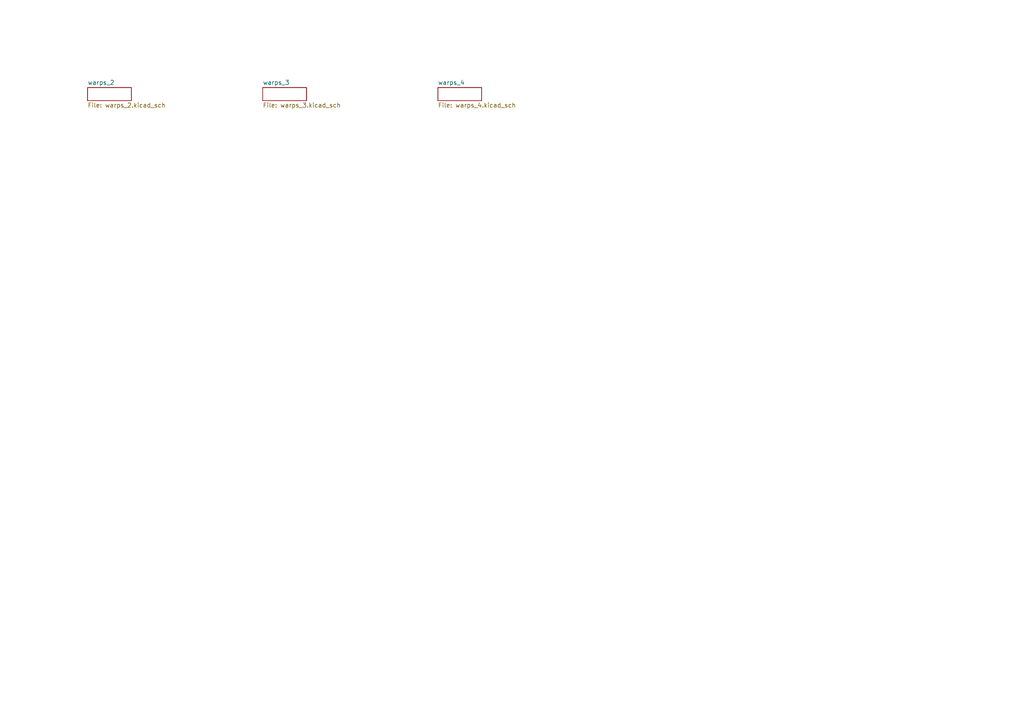
<source format=kicad_sch>
(kicad_sch (version 20211123) (generator eeschema)
  (paper "A4")
  (lib_symbols)
  (sheet (at 25.4 25.4) (size 12.7 3.81)
    (property "Sheet name" "warps_2" (at 25.4 24.6884 0) (effects (justify left bottom)))
    (property "Sheet file" "warps_2.kicad_sch" (at 25.4 29.7946 0) (effects (justify left top)))
  )
  (sheet (at 76.2 25.4) (size 12.7 3.81)
    (property "Sheet name" "warps_3" (at 76.2 24.6884 0) (effects (justify left bottom)))
    (property "Sheet file" "warps_3.kicad_sch" (at 76.2 29.7946 0) (effects (justify left top)))
  )
  (sheet (at 127 25.4) (size 12.7 3.81)
    (property "Sheet name" "warps_4" (at 127 24.6884 0) (effects (justify left bottom)))
    (property "Sheet file" "warps_4.kicad_sch" (at 127 29.7946 0) (effects (justify left top)))
  )
)
</source>
